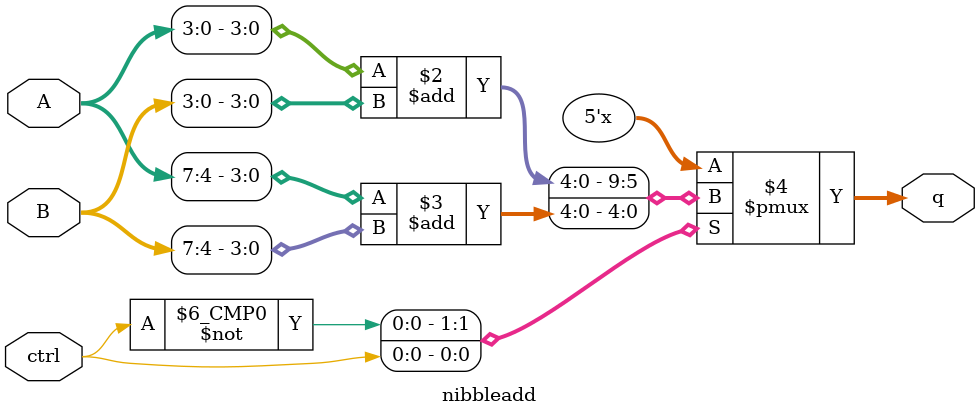
<source format=v>
`timescale 1ns / 1ps


module nibbleadd(
    input [7:0]A,
    input [7:0]B,
    input ctrl,
    output reg [4:0]q
);
    

always @(*)begin
    case(ctrl)
        1'b0 : q <= A[3:0] + B[3:0];
        1'b1 : q <= A[7:4] + B[7:4];
    endcase
end
endmodule

</source>
